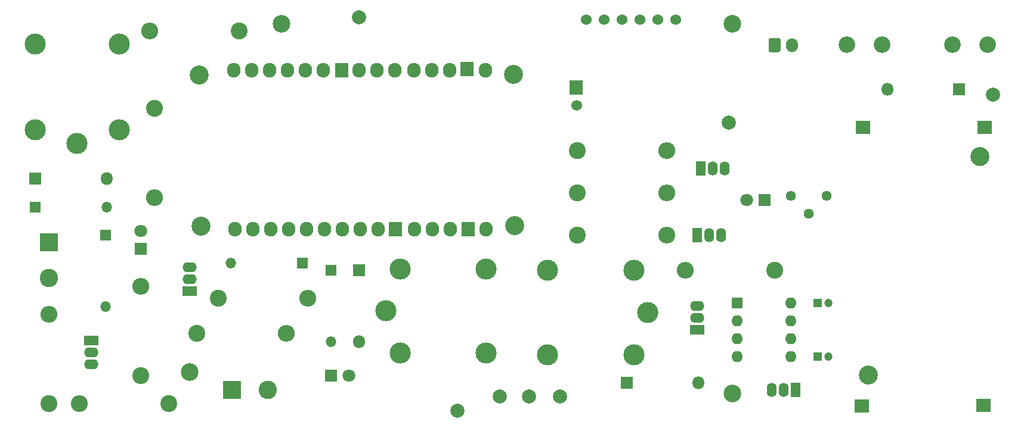
<source format=gbr>
%TF.GenerationSoftware,KiCad,Pcbnew,5.1.7-a382d34a8~87~ubuntu18.04.1*%
%TF.CreationDate,2020-10-27T09:38:10-03:00*%
%TF.ProjectId,Disp_Sec_V_1,44697370-5f53-4656-935f-565f312e6b69,1.1*%
%TF.SameCoordinates,Original*%
%TF.FileFunction,Soldermask,Top*%
%TF.FilePolarity,Negative*%
%FSLAX46Y46*%
G04 Gerber Fmt 4.6, Leading zero omitted, Abs format (unit mm)*
G04 Created by KiCad (PCBNEW 5.1.7-a382d34a8~87~ubuntu18.04.1) date 2020-10-27 09:38:10*
%MOMM*%
%LPD*%
G01*
G04 APERTURE LIST*
%ADD10C,2.350000*%
%ADD11C,2.000000*%
%ADD12C,2.500000*%
%ADD13O,2.400000X2.400000*%
%ADD14C,2.400000*%
%ADD15C,2.600000*%
%ADD16R,2.600000X2.600000*%
%ADD17R,2.000000X1.400000*%
%ADD18O,2.000000X1.400000*%
%ADD19O,1.800000X1.800000*%
%ADD20R,1.800000X1.800000*%
%ADD21C,2.700000*%
%ADD22O,1.900000X2.100000*%
%ADD23R,1.900000X2.100000*%
%ADD24R,1.400000X2.000000*%
%ADD25O,1.400000X2.000000*%
%ADD26C,3.000000*%
%ADD27C,1.524000*%
%ADD28R,2.100000X1.900000*%
%ADD29O,1.500000X1.500000*%
%ADD30R,1.500000X1.500000*%
%ADD31O,1.600000X1.600000*%
%ADD32R,1.600000X1.600000*%
%ADD33C,1.440000*%
%ADD34O,1.700000X2.000000*%
%ADD35C,1.800000*%
%ADD36C,1.200000*%
%ADD37R,1.200000X1.200000*%
G04 APERTURE END LIST*
D10*
%TO.C,F1*%
X221257600Y-68922700D03*
X216257600Y-68922700D03*
X206257600Y-68922700D03*
X201257600Y-68922700D03*
%TD*%
D11*
%TO.C,TP4*%
X152000000Y-119000000D03*
%TD*%
%TO.C,TP3*%
X156150000Y-119000000D03*
%TD*%
%TO.C,TP2*%
X160500000Y-119000000D03*
%TD*%
%TO.C,TP1*%
X184500000Y-80000000D03*
%TD*%
%TO.C,FID3*%
X222000000Y-76000000D03*
%TD*%
%TO.C,FID2*%
X132000000Y-65000000D03*
%TD*%
%TO.C,FID1*%
X146000000Y-121000000D03*
%TD*%
D12*
%TO.C,H4*%
X108000000Y-115500000D03*
%TD*%
%TO.C,H3*%
X185000000Y-66000000D03*
%TD*%
%TO.C,H2*%
X121000000Y-66000000D03*
%TD*%
%TO.C,H1*%
X185000000Y-118500000D03*
%TD*%
D13*
%TO.C,R7*%
X121700000Y-110000000D03*
D14*
X109000000Y-110000000D03*
%TD*%
D15*
%TO.C,J2*%
X88000000Y-102080000D03*
D16*
X88000000Y-97000000D03*
%TD*%
D17*
%TO.C,Q4*%
X94000000Y-111000000D03*
D18*
X94000000Y-114400000D03*
X94000000Y-112700000D03*
%TD*%
D13*
%TO.C,R6*%
X88000000Y-107300000D03*
D14*
X88000000Y-120000000D03*
%TD*%
D19*
%TO.C,D1*%
X180160000Y-117000000D03*
D20*
X170000000Y-117000000D03*
%TD*%
D21*
%TO.C,U1*%
X109531400Y-94740900D03*
X109340900Y-73252500D03*
X153943300Y-73163600D03*
X154133800Y-94652000D03*
D22*
X114243100Y-72528600D03*
D23*
X129572000Y-72554000D03*
X147352000Y-72427000D03*
X147479000Y-95160000D03*
D22*
X114370100Y-95134600D03*
D23*
X137192000Y-95160000D03*
D22*
X126943100Y-72528600D03*
X144850100Y-72528600D03*
X142310100Y-72528600D03*
X134563100Y-72528600D03*
X139770100Y-72528600D03*
X116783100Y-72528600D03*
X132023100Y-72528600D03*
X119323100Y-72528600D03*
X124403100Y-72528600D03*
X121863100Y-72528600D03*
X149930100Y-72528600D03*
X137103100Y-72528600D03*
X139897100Y-95134600D03*
X150057100Y-95134600D03*
X142437100Y-95134600D03*
X144977100Y-95134600D03*
X119450100Y-95134600D03*
X129610100Y-95134600D03*
X134690100Y-95134600D03*
X124530100Y-95134600D03*
X121990100Y-95134600D03*
X116910100Y-95134600D03*
X132150100Y-95134600D03*
X127070100Y-95134600D03*
%TD*%
D24*
%TO.C,Q6*%
X180000000Y-96000000D03*
D25*
X183400000Y-96000000D03*
X181700000Y-96000000D03*
%TD*%
D19*
%TO.C,D7*%
X96160000Y-88000000D03*
D20*
X86000000Y-88000000D03*
%TD*%
D26*
%TO.C,K3*%
X135830000Y-106810000D03*
X137830000Y-100810000D03*
X150030000Y-100810000D03*
X150030000Y-112810000D03*
X137830000Y-112810000D03*
%TD*%
D19*
%TO.C,D8*%
X132000000Y-111160000D03*
D20*
X132000000Y-101000000D03*
%TD*%
D23*
%TO.C,U3*%
X162820000Y-75032000D03*
D27*
X164305900Y-65380000D03*
X177005900Y-65380000D03*
X174465900Y-65380000D03*
X171925900Y-65380000D03*
X169385900Y-65380000D03*
X166845900Y-65380000D03*
X162883500Y-77559300D03*
%TD*%
D15*
%TO.C,J3*%
X119080000Y-118000000D03*
D16*
X114000000Y-118000000D03*
%TD*%
D17*
%TO.C,Q5*%
X108000000Y-104000000D03*
D18*
X108000000Y-100600000D03*
X108000000Y-102300000D03*
%TD*%
D26*
%TO.C,K1*%
X173000000Y-107000000D03*
X171000000Y-113000000D03*
X158800000Y-113000000D03*
X158800000Y-101000000D03*
X171000000Y-101000000D03*
%TD*%
D17*
%TO.C,Q1*%
X180000000Y-109470000D03*
D18*
X180000000Y-106070000D03*
X180000000Y-107770000D03*
%TD*%
D21*
%TO.C,U4*%
X204298200Y-115934200D03*
X220122400Y-84819200D03*
D28*
X203371100Y-120277600D03*
X220668500Y-120264900D03*
X220859000Y-80679000D03*
X203561600Y-80691700D03*
%TD*%
D29*
%TO.C,D6*%
X113840000Y-100000000D03*
D30*
X124000000Y-100000000D03*
%TD*%
D31*
%TO.C,U2*%
X193300000Y-105660000D03*
X185680000Y-113280000D03*
X193300000Y-108200000D03*
X185680000Y-110740000D03*
X193300000Y-110740000D03*
X185680000Y-108200000D03*
X193300000Y-113280000D03*
D32*
X185680000Y-105660000D03*
%TD*%
D33*
%TO.C,RV1*%
X193300000Y-90420000D03*
X195840000Y-92960000D03*
X198380000Y-90420000D03*
%TD*%
D13*
%TO.C,R11*%
X101000000Y-103300000D03*
D14*
X101000000Y-116000000D03*
%TD*%
D13*
%TO.C,R10*%
X92300000Y-120000000D03*
D14*
X105000000Y-120000000D03*
%TD*%
D13*
%TO.C,R9*%
X175700000Y-96000000D03*
D14*
X163000000Y-96000000D03*
%TD*%
D13*
%TO.C,R8*%
X175700000Y-90000000D03*
D14*
X163000000Y-90000000D03*
%TD*%
D13*
%TO.C,R5*%
X175700000Y-84000000D03*
D14*
X163000000Y-84000000D03*
%TD*%
D13*
%TO.C,R4*%
X103000000Y-90700000D03*
D14*
X103000000Y-78000000D03*
%TD*%
D13*
%TO.C,R3*%
X102300000Y-67000000D03*
D14*
X115000000Y-67000000D03*
%TD*%
D13*
%TO.C,R2*%
X124700000Y-105000000D03*
D14*
X112000000Y-105000000D03*
%TD*%
D13*
%TO.C,R1*%
X178300000Y-101000000D03*
D14*
X191000000Y-101000000D03*
%TD*%
D24*
%TO.C,Q3*%
X180500000Y-86500000D03*
D25*
X183900000Y-86500000D03*
X182200000Y-86500000D03*
%TD*%
D24*
%TO.C,Q2*%
X194000000Y-118000000D03*
D25*
X190600000Y-118000000D03*
X192300000Y-118000000D03*
%TD*%
D26*
%TO.C,K2*%
X92000000Y-83000000D03*
X86000000Y-81000000D03*
X86000000Y-68800000D03*
X98000000Y-68800000D03*
X98000000Y-81000000D03*
%TD*%
D34*
%TO.C,J1*%
X193500000Y-69000000D03*
G36*
G01*
X190150000Y-69750000D02*
X190150000Y-68250000D01*
G75*
G02*
X190400000Y-68000000I250000J0D01*
G01*
X191600000Y-68000000D01*
G75*
G02*
X191850000Y-68250000I0J-250000D01*
G01*
X191850000Y-69750000D01*
G75*
G02*
X191600000Y-70000000I-250000J0D01*
G01*
X190400000Y-70000000D01*
G75*
G02*
X190150000Y-69750000I0J250000D01*
G01*
G37*
%TD*%
D35*
%TO.C,D11*%
X130540000Y-116000000D03*
D20*
X128000000Y-116000000D03*
%TD*%
D35*
%TO.C,D10*%
X101000000Y-95460000D03*
D20*
X101000000Y-98000000D03*
%TD*%
D35*
%TO.C,D9*%
X187000000Y-91000000D03*
D20*
X189540000Y-91000000D03*
%TD*%
D29*
%TO.C,D5*%
X128000000Y-111160000D03*
D30*
X128000000Y-101000000D03*
%TD*%
D29*
%TO.C,D4*%
X96000000Y-106160000D03*
D30*
X96000000Y-96000000D03*
%TD*%
D29*
%TO.C,D3*%
X96160000Y-92000000D03*
D30*
X86000000Y-92000000D03*
%TD*%
D19*
%TO.C,D2*%
X207000000Y-75260000D03*
D20*
X217160000Y-75260000D03*
%TD*%
D36*
%TO.C,C2*%
X198610000Y-105660000D03*
D37*
X197110000Y-105660000D03*
%TD*%
D36*
%TO.C,C1*%
X198610000Y-113280000D03*
D37*
X197110000Y-113280000D03*
%TD*%
M02*

</source>
